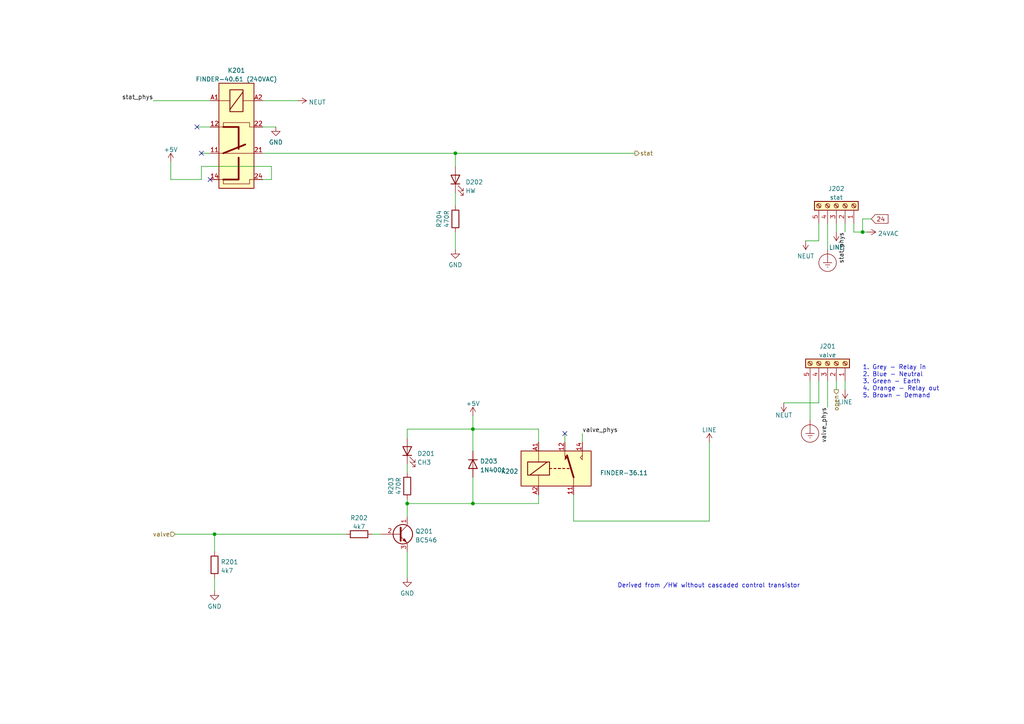
<source format=kicad_sch>
(kicad_sch (version 20211123) (generator eeschema)
  (paper "A4")
  (lib_symbols
    (symbol "Connector:Screw_Terminal_01x05" (pin_names (offset 1.016) hide)
      (property "Reference" "J" (at 0 7.62 0))
      (property "Value" "Screw_Terminal_01x05" (at 0 -7.62 0))
      (symbol "Screw_Terminal_01x05_1_1"
        (rectangle (start -1.27 6.35) (end 1.27 -6.35) (stroke (width 0.254)) (fill (type background)))
        (circle (center 0 -5.08) (radius 0.635) (stroke (width 0.1524)))
        (circle (center 0 -2.54) (radius 0.635) (stroke (width 0.1524)))
        (polyline (pts (xy -0.5334 -4.7498) (xy 0.3302 -5.588)) (stroke (width 0.1524)))
        (polyline (pts (xy -0.5334 -2.2098) (xy 0.3302 -3.048)) (stroke (width 0.1524)))
        (polyline (pts (xy -0.5334 0.3302) (xy 0.3302 -0.508)) (stroke (width 0.1524)))
        (polyline (pts (xy -0.5334 2.8702) (xy 0.3302 2.032)) (stroke (width 0.1524)))
        (polyline (pts (xy -0.5334 5.4102) (xy 0.3302 4.572)) (stroke (width 0.1524)))
        (polyline (pts (xy -0.3556 -4.572) (xy 0.508 -5.4102)) (stroke (width 0.1524)))
        (polyline (pts (xy -0.3556 -2.032) (xy 0.508 -2.8702)) (stroke (width 0.1524)))
        (polyline (pts (xy -0.3556 0.508) (xy 0.508 -0.3302)) (stroke (width 0.1524)))
        (polyline (pts (xy -0.3556 3.048) (xy 0.508 2.2098)) (stroke (width 0.1524)))
        (polyline (pts (xy -0.3556 5.588) (xy 0.508 4.7498)) (stroke (width 0.1524)))
        (circle (center 0 0) (radius 0.635) (stroke (width 0.1524)))
        (circle (center 0 2.54) (radius 0.635) (stroke (width 0.1524)))
        (circle (center 0 5.08) (radius 0.635) (stroke (width 0.1524)))
        (pin passive line (at -5.08 5.08 0) (length 3.81) (name "Pin_1") (number "1"))
        (pin passive line (at -5.08 2.54 0) (length 3.81) (name "Pin_2") (number "2"))
        (pin passive line (at -5.08 0 0) (length 3.81) (name "Pin_3") (number "3"))
        (pin passive line (at -5.08 -2.54 0) (length 3.81) (name "Pin_4") (number "4"))
        (pin passive line (at -5.08 -5.08 0) (length 3.81) (name "Pin_5") (number "5"))
      )
    )
    (symbol "Device:LED" (pin_numbers hide) (pin_names (offset 1.016) hide)
      (property "Reference" "D" (at 0 2.54 0))
      (property "Value" "LED" (at 0 -2.54 0))
      (symbol "LED_0_1"
        (polyline (pts (xy -1.27 -1.27) (xy -1.27 1.27)) (stroke (width 0.254)))
        (polyline (pts (xy -1.27 0) (xy 1.27 0)))
        (polyline (pts (xy 1.27 -1.27) (xy 1.27 1.27) (xy -1.27 0) (xy 1.27 -1.27)) (stroke (width 0.254)))
        (polyline (pts (xy -3.048 -0.762) (xy -4.572 -2.286) (xy -3.81 -2.286) (xy -4.572 -2.286) (xy -4.572 -1.524)))
        (polyline (pts (xy -1.778 -0.762) (xy -3.302 -2.286) (xy -2.54 -2.286) (xy -3.302 -2.286) (xy -3.302 -1.524)))
      )
      (symbol "LED_1_1"
        (pin passive line (at -3.81 0 0) (length 2.54) (name "K") (number "1"))
        (pin passive line (at 3.81 0 180) (length 2.54) (name "A") (number "2"))
      )
    )
    (symbol "Device:R" (pin_numbers hide) (pin_names (offset 0))
      (property "Reference" "R" (at 2.032 0 90))
      (property "Value" "R" (at 0 0 90))
      (symbol "R_0_1"
        (rectangle (start -1.016 -2.54) (end 1.016 2.54) (stroke (width 0.254)))
      )
      (symbol "R_1_1"
        (pin passive line (at 0 3.81 270) (length 1.27) (name "~") (number "1"))
        (pin passive line (at 0 -3.81 90) (length 1.27) (name "~") (number "2"))
      )
    )
    (symbol "Diode:1N4001" (pin_numbers hide) (pin_names (offset 1.016) hide)
      (property "Reference" "D" (at 0 2.54 0))
      (property "Value" "1N4001" (at 0 -2.54 0))
      (symbol "1N4001_0_1"
        (polyline (pts (xy -1.27 1.27) (xy -1.27 -1.27)) (stroke (width 0.254)))
        (polyline (pts (xy 1.27 0) (xy -1.27 0)))
        (polyline (pts (xy 1.27 1.27) (xy 1.27 -1.27) (xy -1.27 0) (xy 1.27 1.27)) (stroke (width 0.254)))
      )
      (symbol "1N4001_1_1"
        (pin passive line (at -3.81 0 0) (length 2.54) (name "K") (number "1"))
        (pin passive line (at 3.81 0 180) (length 2.54) (name "A") (number "2"))
      )
    )
    (symbol "Transistor_BJT:BC546" (pin_names (offset 0) hide)
      (property "Reference" "Q" (at 5.08 1.905 0))
      (property "Value" "BC546" (at 5.08 0 0))
      (symbol "BC546_0_1"
        (polyline (pts (xy 0 0) (xy 0.635 0)))
        (polyline (pts (xy 0.635 0.635) (xy 2.54 2.54)))
        (polyline (pts (xy 0.635 -0.635) (xy 2.54 -2.54) (xy 2.54 -2.54)))
        (polyline (pts (xy 0.635 1.905) (xy 0.635 -1.905) (xy 0.635 -1.905)) (stroke (width 0.508)))
        (polyline (pts (xy 1.27 -1.778) (xy 1.778 -1.27) (xy 2.286 -2.286) (xy 1.27 -1.778) (xy 1.27 -1.778)) (fill (type outline)))
        (circle (center 1.27 0) (radius 2.8194) (stroke (width 0.254)))
      )
      (symbol "BC546_1_1"
        (pin passive line (at 2.54 5.08 270) (length 2.54) (name "C") (number "1"))
        (pin input line (at -5.08 0 0) (length 5.08) (name "B") (number "2"))
        (pin passive line (at 2.54 -5.08 90) (length 2.54) (name "E") (number "3"))
      )
    )
    (symbol "boiler_ctrl_v2:24VAC" (power) (pin_names (offset 0))
      (property "Value" "24VAC" (at 0 3.81 0))
      (symbol "24VAC_0_1"
        (polyline (pts (xy -0.762 1.27) (xy 0 2.54)))
        (polyline (pts (xy 0 0) (xy 0 2.54)))
        (polyline (pts (xy 0 2.54) (xy 0.762 1.27)))
      )
      (symbol "24VAC_1_1"
        (pin power_out line (at 0 0 90) (length 0) hide (name "24VAC") (number "1"))
      )
    )
    (symbol "edd:FINDER-36.11"
      (property "Reference" "K" (at 11.43 3.81 0))
      (property "Value" "FINDER-36.11" (at 11.43 1.27 0))
      (symbol "FINDER-36.11_0_0"
        (polyline (pts (xy 2.54 3.81) (xy 2.54 5.08)))
        (polyline (pts (xy 7.62 3.81) (xy 7.62 5.08)))
        (polyline (pts (xy 7.62 3.81) (xy 7.62 2.54) (xy 6.985 3.175) (xy 7.62 3.81)))
      )
      (symbol "FINDER-36.11_0_1"
        (rectangle (start -10.16 5.08) (end 10.16 -5.08) (stroke (width 0.254)) (fill (type background)))
        (rectangle (start -8.255 1.905) (end -1.905 -1.905) (stroke (width 0.254)))
        (polyline (pts (xy -7.62 -1.905) (xy -2.54 1.905)) (stroke (width 0.254)))
        (polyline (pts (xy -5.08 -5.08) (xy -5.08 -1.905)))
        (polyline (pts (xy -5.08 5.08) (xy -5.08 1.905)))
        (polyline (pts (xy -1.905 0) (xy -1.27 0)) (stroke (width 0.254)))
        (polyline (pts (xy -0.635 0) (xy 0 0)) (stroke (width 0.254)))
        (polyline (pts (xy 0.635 0) (xy 1.27 0)) (stroke (width 0.254)))
        (polyline (pts (xy 0.635 0) (xy 1.27 0)) (stroke (width 0.254)))
        (polyline (pts (xy 1.905 0) (xy 2.54 0)) (stroke (width 0.254)))
        (polyline (pts (xy 3.175 0) (xy 3.81 0)) (stroke (width 0.254)))
        (polyline (pts (xy 5.08 -2.54) (xy 3.175 3.81)) (stroke (width 0.508)))
        (polyline (pts (xy 5.08 -2.54) (xy 5.08 -5.08)))
        (polyline (pts (xy 2.54 2.54) (xy 3.175 3.175) (xy 2.54 3.81)) (fill (type outline)))
      )
      (symbol "FINDER-36.11_1_1"
        (pin passive line (at 5.08 -7.62 90) (length 2.54) (name "~") (number "11"))
        (pin passive line (at 2.54 7.62 270) (length 2.54) (name "~") (number "12"))
        (pin passive line (at 7.62 7.62 270) (length 2.54) (name "~") (number "14"))
        (pin passive line (at -5.08 7.62 270) (length 2.54) (name "~") (number "A1"))
        (pin passive line (at -5.08 -7.62 90) (length 2.54) (name "~") (number "A2"))
      )
    )
    (symbol "edd:FINDER-40.61"
      (property "Reference" "K2" (at 3.175 19.5748 0))
      (property "Value" "FINDER-40.61" (at 3.175 17.0379 0))
      (symbol "FINDER-40.61_0_0"
        (polyline (pts (xy 2.54 -3.81) (xy 2.54 -5.08)))
        (polyline (pts (xy 2.54 3.81) (xy 2.54 5.08)))
        (polyline (pts (xy 17.78 -3.81) (xy 17.78 -5.08)))
        (polyline (pts (xy 17.78 3.81) (xy 17.78 5.08)))
      )
      (symbol "FINDER-40.61_0_1"
        (rectangle (start -10.16 5.08) (end 20.32 -5.08) (stroke (width 0.254)) (fill (type background)))
        (rectangle (start -8.255 1.905) (end -1.905 -1.905) (stroke (width 0.254)))
        (polyline (pts (xy -7.62 -1.905) (xy -2.54 1.905)) (stroke (width 0.254)))
        (polyline (pts (xy -5.08 -5.08) (xy -5.08 -1.905)))
        (polyline (pts (xy -5.08 5.08) (xy -5.08 1.905)))
        (polyline (pts (xy 10.16 -3.81) (xy 10.16 -5.08)))
        (polyline (pts (xy 10.16 3.81) (xy 7.62 -2.54)) (stroke (width 0.5)))
        (polyline (pts (xy 10.16 3.81) (xy 10.16 -3.81)))
        (polyline (pts (xy 10.16 3.81) (xy 10.16 5.08)))
        (polyline (pts (xy 2.54 3.81) (xy 2.54 -0.635) (xy 8.89 -0.635)) (stroke (width 0.5)))
        (polyline (pts (xy 11.43 -0.635) (xy 17.78 -0.635) (xy 17.78 3.81)) (stroke (width 0.5)))
        (polyline (pts (xy 2.54 3.81) (xy 1.27 3.81) (xy 1.27 -3.81) (xy 2.54 -3.81)))
        (polyline (pts (xy 17.78 3.81) (xy 19.05 3.81) (xy 19.05 -3.81) (xy 17.78 -3.81)))
      )
      (symbol "FINDER-40.61_1_1"
        (pin passive line (at 10.16 7.62 270) (length 2.54) (name "") (number "11"))
        (pin passive line (at 2.54 7.62 270) (length 2.54) (name "~") (number "12"))
        (pin passive line (at 17.78 7.62 270) (length 2.54) (name "~") (number "14"))
        (pin passive line (at 10.16 -7.62 90) (length 2.54) (name "~") (number "21"))
        (pin passive line (at 2.54 -7.62 90) (length 2.54) (name "~") (number "22"))
        (pin passive line (at 17.78 -7.62 90) (length 2.54) (name "~") (number "24"))
        (pin passive line (at -5.08 7.62 270) (length 2.54) (name "~") (number "A1"))
        (pin passive line (at -5.08 -7.62 90) (length 2.54) (name "~") (number "A2"))
      )
    )
    (symbol "edd:L" (power) (pin_names (offset 0))
      (property "Value" "L" (at 0 3.81 0))
      (symbol "L_0_1"
        (polyline (pts (xy -0.762 1.27) (xy 0 2.54)))
        (polyline (pts (xy 0 0) (xy 0 2.54)))
        (polyline (pts (xy 0 2.54) (xy 0.762 1.27)))
      )
      (symbol "L_1_1"
        (pin power_in line (at 0 0 90) (length 0) hide (name "LINE") (number "1"))
      )
    )
    (symbol "edd:N" (power) (pin_names (offset 0))
      (property "Value" "N" (at 0 3.5758 0))
      (symbol "N_0_1"
        (polyline (pts (xy -0.762 1.27) (xy 0 2.54)))
        (polyline (pts (xy 0 0) (xy 0 2.54)))
        (polyline (pts (xy 0 2.54) (xy 0.762 1.27)))
      )
      (symbol "N_1_1"
        (pin power_in line (at 0 0 90) (length 0) hide (name "NEUT") (number "1"))
      )
    )
    (symbol "power:+5V" (power) (pin_names (offset 0))
      (property "Value" "+5V" (at 0 3.556 0))
      (symbol "+5V_0_1"
        (polyline (pts (xy -0.762 1.27) (xy 0 2.54)))
        (polyline (pts (xy 0 0) (xy 0 2.54)))
        (polyline (pts (xy 0 2.54) (xy 0.762 1.27)))
      )
      (symbol "+5V_1_1"
        (pin power_in line (at 0 0 90) (length 0) hide (name "+5V") (number "1"))
      )
    )
    (symbol "power:Earth_Protective" (power) (pin_names (offset 0))
      (symbol "Earth_Protective_0_1"
        (circle (center 0 -3.81) (radius 2.54))
        (polyline (pts (xy -0.635 -4.445) (xy 0.635 -4.445)))
        (polyline (pts (xy -0.127 -5.08) (xy 0.127 -5.08)))
        (polyline (pts (xy 0 -3.81) (xy 0 0)))
        (polyline (pts (xy 1.27 -3.81) (xy -1.27 -3.81)))
      )
      (symbol "Earth_Protective_1_1"
        (pin power_in line (at 0 0 270) (length 0) hide (name "Earth_Protective") (number "1"))
      )
    )
    (symbol "power:GND" (power) (pin_names (offset 0))
      (property "Value" "GND" (at 0 -3.81 0))
      (symbol "GND_0_1"
        (polyline (pts (xy 0 0) (xy 0 -1.27) (xy 1.27 -1.27) (xy 0 -2.54) (xy -1.27 -1.27) (xy 0 -1.27)))
      )
      (symbol "GND_1_1"
        (pin power_in line (at 0 0 270) (length 0) hide (name "GND") (number "1"))
      )
    )
  )
  (junction (at 118.11 146.05))
  (junction (at 250.19 67.31))
  (junction (at 62.23 154.94))
  (junction (at 137.16 124.46))
  (junction (at 137.16 146.05))
  (junction (at 132.08 44.45))
  (no_connect (at 58.42 44.45))
  (no_connect (at 57.15 36.83))
  (no_connect (at 163.83 125.73))
  (no_connect (at 60.96 52.07))
  (wire (pts (xy 118.11 144.78) (xy 118.11 146.05)))
  (wire (pts (xy 118.11 124.46) (xy 137.16 124.46)))
  (wire (pts (xy 168.91 125.73) (xy 168.91 128.27)))
  (wire (pts (xy 245.11 64.77) (xy 245.11 67.31)))
  (wire (pts (xy 137.16 138.43) (xy 137.16 146.05)))
  (wire (pts (xy 237.49 64.77) (xy 237.49 69.85)))
  (wire (pts (xy 76.2 44.45) (xy 132.08 44.45)))
  (wire (pts (xy 49.53 52.07) (xy 58.42 52.07)))
  (wire (pts (xy 245.11 110.49) (xy 245.11 113.03)))
  (wire (pts (xy 58.42 48.26) (xy 78.74 48.26)))
  (wire (pts (xy 118.11 146.05) (xy 137.16 146.05)))
  (wire (pts (xy 78.74 52.07) (xy 76.2 52.07)))
  (wire (pts (xy 118.11 146.05) (xy 118.11 149.86)))
  (wire (pts (xy 233.68 69.85) (xy 237.49 69.85)))
  (wire (pts (xy 137.16 124.46) (xy 156.21 124.46)))
  (wire (pts (xy 107.95 154.94) (xy 110.49 154.94)))
  (wire (pts (xy 76.2 29.21) (xy 86.36 29.21)))
  (wire (pts (xy 250.19 67.31) (xy 251.46 67.31)))
  (wire (pts (xy 252.73 63.5) (xy 250.19 63.5)))
  (wire (pts (xy 62.23 154.94) (xy 62.23 160.02)))
  (wire (pts (xy 118.11 160.02) (xy 118.11 167.64)))
  (wire (pts (xy 163.83 125.73) (xy 163.83 128.27)))
  (wire (pts (xy 60.96 44.45) (xy 58.42 44.45)))
  (wire (pts (xy 137.16 124.46) (xy 137.16 130.81)))
  (wire (pts (xy 242.57 64.77) (xy 242.57 67.31)))
  (wire (pts (xy 250.19 63.5) (xy 250.19 67.31)))
  (wire (pts (xy 166.37 151.13) (xy 205.74 151.13)))
  (wire (pts (xy 78.74 48.26) (xy 78.74 52.07)))
  (wire (pts (xy 156.21 146.05) (xy 156.21 143.51)))
  (wire (pts (xy 50.8 154.94) (xy 62.23 154.94)))
  (wire (pts (xy 240.03 64.77) (xy 240.03 72.39)))
  (wire (pts (xy 60.96 36.83) (xy 57.15 36.83)))
  (wire (pts (xy 118.11 124.46) (xy 118.11 127)))
  (wire (pts (xy 44.45 29.21) (xy 60.96 29.21)))
  (wire (pts (xy 132.08 48.26) (xy 132.08 44.45)))
  (wire (pts (xy 132.08 44.45) (xy 184.15 44.45)))
  (wire (pts (xy 156.21 128.27) (xy 156.21 124.46)))
  (wire (pts (xy 137.16 120.65) (xy 137.16 124.46)))
  (wire (pts (xy 234.95 110.49) (xy 234.95 121.92)))
  (wire (pts (xy 237.49 116.84) (xy 227.33 116.84)))
  (wire (pts (xy 166.37 143.51) (xy 166.37 151.13)))
  (wire (pts (xy 118.11 137.16) (xy 118.11 134.62)))
  (wire (pts (xy 58.42 52.07) (xy 58.42 48.26)))
  (wire (pts (xy 240.03 110.49) (xy 240.03 118.11)))
  (wire (pts (xy 62.23 154.94) (xy 100.33 154.94)))
  (wire (pts (xy 205.74 128.27) (xy 205.74 151.13)))
  (wire (pts (xy 247.65 67.31) (xy 250.19 67.31)))
  (wire (pts (xy 49.53 46.99) (xy 49.53 52.07)))
  (wire (pts (xy 132.08 67.31) (xy 132.08 72.39)))
  (wire (pts (xy 62.23 167.64) (xy 62.23 171.45)))
  (wire (pts (xy 132.08 55.88) (xy 132.08 59.69)))
  (wire (pts (xy 242.57 110.49) (xy 242.57 113.03)))
  (wire (pts (xy 80.01 36.83) (xy 76.2 36.83)))
  (wire (pts (xy 247.65 64.77) (xy 247.65 67.31)))
  (wire (pts (xy 237.49 110.49) (xy 237.49 116.84)))
  (wire (pts (xy 137.16 146.05) (xy 156.21 146.05)))
  (text "Derived from /HW without cascaded control transistor\n " (at 179.07 172.72 0) (effects (font (size 1.27 1.27)) (justify left bottom)))
  (text "1. Grey - Relay in\n2. Blue - Neutral\n3. Green - Earth\n4. Orange - Relay out\n5. Brown - Demand\n" (at 250.19 115.57 0) (effects (font (size 1.27 1.27)) (justify left bottom)))
  (label "valve_phys" (at 240.03 118.11 270))
  (label "stat_phys" (at 44.45 29.21 180))
  (label "stat_phys" (at 245.11 67.31 270))
  (label "valve_phys" (at 168.91 125.73 0))
  (global_label "24" (shape input) (at 252.73 63.5 0) (property "Intersheet References" "${INTERSHEET_REFS}" (effects hide)))
  (hierarchical_label "open" (shape output) (at 242.57 113.03 270))
  (hierarchical_label "stat" (shape output) (at 184.15 44.45 0))
  (hierarchical_label "valve" (shape input) (at 50.8 154.94 180))
  (symbol (lib_id "edd:L") (at 205.74 128.27 0) (unit 1)
    (property "Reference" "#PWR0207" (effects hide))
    (property "Value" "L" (at 205.74 124.6942 0))
  )
  (symbol (lib_id "power:+5V") (at 49.53 46.99 0) (unit 1)
    (property "Reference" "#PWR0201" (effects hide))
    (property "Value" "+5V" (at 49.53 43.4142 0))
  )
  (symbol (lib_id "edd:FINDER-40.61") (at 68.58 34.29 90) (mirror x) (unit 1)
    (property "Reference" "K201" (at 68.58 20.4302 90))
    (property "Value" "FINDER-40.61 (240VAC)" (at 68.58 22.9671 90))
    (property "Footprint" "edd:FINDER 40.61" (effects hide))
  )
  (symbol (lib_id "Device:LED") (at 132.08 52.07 90) (unit 1)
    (property "Reference" "D202" (at 135.001 52.8228 90) (effects (justify right)))
    (property "Value" "HW" (at 135.001 55.3597 90) (effects (justify right)))
    (property "Footprint" "LED_SMD:LED_1206_3216Metric_Pad1.42x1.75mm_HandSolder" (effects hide))
  )
  (symbol (lib_id "edd:L") (at 242.57 67.31 180) (unit 1)
    (property "Reference" "#PWR0212" (effects hide))
    (property "Value" "L" (at 242.57 71.7534 0))
  )
  (symbol (lib_id "power:GND") (at 80.01 36.83 0) (unit 1)
    (property "Reference" "#PWR0117" (effects hide))
    (property "Value" "GND" (at 80.01 41.2734 0))
  )
  (symbol (lib_id "edd:N") (at 233.68 69.85 180) (unit 1)
    (property "Reference" "#PWR0209" (effects hide))
    (property "Value" "N" (at 233.68 74.2934 0))
  )
  (symbol (lib_id "Device:R") (at 62.23 163.83 0) (unit 1)
    (property "Reference" "R201" (at 64.008 162.9953 0) (effects (justify left)))
    (property "Value" "4k7" (at 64.008 165.5322 0) (effects (justify left)))
    (property "Footprint" "Resistor_SMD:R_0805_2012Metric_Pad1.20x1.40mm_HandSolder" (effects hide))
  )
  (symbol (lib_id "Device:R") (at 104.14 154.94 90) (unit 1)
    (property "Reference" "R202" (at 104.14 150.2242 90))
    (property "Value" "4k7" (at 104.14 152.7611 90))
    (property "Footprint" "Resistor_SMD:R_0805_2012Metric_Pad1.20x1.40mm_HandSolder" (effects hide))
  )
  (symbol (lib_id "power:GND") (at 62.23 171.45 0) (unit 1)
    (property "Reference" "#PWR0202" (effects hide))
    (property "Value" "GND" (at 62.23 175.8934 0))
  )
  (symbol (lib_id "Diode:1N4001") (at 137.16 134.62 270) (unit 1)
    (property "Reference" "D203" (at 139.192 133.7853 90) (effects (justify left)))
    (property "Value" "1N4001" (at 139.192 136.3222 90) (effects (justify left)))
    (property "Footprint" "edd:D_DO-41_SOD81_P12mm_Horizontal" (effects hide))
    (property "Datasheet" "http://www.vishay.com/docs/88503/1n4001.pdf" (effects hide))
  )
  (symbol (lib_id "edd:N") (at 227.33 116.84 180) (unit 1)
    (property "Reference" "#PWR0208" (effects hide))
    (property "Value" "N" (at 227.33 120.4158 0))
  )
  (symbol (lib_id "power:Earth_Protective") (at 234.95 121.92 0) (unit 1)
    (property "Reference" "#PWR0210" (effects hide))
    (property "Value" "Earth_Protective" (effects hide))
  )
  (symbol (lib_id "edd:L") (at 245.11 113.03 180) (unit 1)
    (property "Reference" "#PWR0213" (effects hide))
    (property "Value" "L" (at 245.11 116.6058 0))
  )
  (symbol (lib_id "Device:R") (at 118.11 140.97 180) (unit 1)
    (property "Reference" "R203" (at 113.3942 140.97 90))
    (property "Value" "470R" (at 115.57 140.97 90))
    (property "Footprint" "Resistor_SMD:R_0805_2012Metric_Pad1.20x1.40mm_HandSolder" (effects hide))
  )
  (symbol (lib_id "edd:FINDER-36.11") (at 161.29 135.89 0) (unit 1)
    (property "Reference" "K202" (at 150.3681 136.7247 0) (effects (justify right)))
    (property "Value" "FINDER-36.11" (at 187.96 137.16 0) (effects (justify right)))
    (property "Footprint" "Relay_THT:Relay_SPDT_Finder_36.11" (effects hide))
  )
  (symbol (lib_id "Device:R") (at 132.08 63.5 180) (unit 1)
    (property "Reference" "R204" (at 127.3642 63.5 90))
    (property "Value" "470R" (at 129.54 63.5 90))
    (property "Footprint" "Resistor_SMD:R_0805_2012Metric_Pad1.20x1.40mm_HandSolder" (effects hide))
  )
  (symbol (lib_id "power:GND") (at 132.08 72.39 0) (unit 1)
    (property "Reference" "#PWR0205" (effects hide))
    (property "Value" "GND" (at 132.08 76.8334 0))
  )
  (symbol (lib_id "Connector:Screw_Terminal_01x05") (at 240.03 105.41 270) (mirror x) (unit 1)
    (property "Reference" "J201" (at 240.03 100.4402 90))
    (property "Value" "valve" (at 240.03 102.9771 90))
    (property "Footprint" "edd:CAMDENBOSS CTB0700_5" (effects hide))
  )
  (symbol (lib_id "Connector:Screw_Terminal_01x05") (at 242.57 59.69 270) (mirror x) (unit 1)
    (property "Reference" "J202" (at 242.57 54.7202 90))
    (property "Value" "stat" (at 242.57 57.2571 90))
    (property "Footprint" "edd:CAMDENBOSS CTB0700_5" (effects hide))
  )
  (symbol (lib_id "boiler_ctrl_v2:24VAC") (at 251.46 67.31 270) (unit 1)
    (property "Reference" "#PWR0214" (effects hide))
    (property "Value" "24VAC" (at 254.635 67.7438 90) (effects (justify left)))
  )
  (symbol (lib_id "Transistor_BJT:BC546") (at 115.57 154.94 0) (unit 1)
    (property "Reference" "Q201" (at 120.4214 154.1053 0) (effects (justify left)))
    (property "Value" "BC546" (at 120.4214 156.6422 0) (effects (justify left)))
    (property "Footprint" "edd:TO-92_Inline" (effects hide))
    (property "Datasheet" "https://www.onsemi.com/pub/Collateral/BC550-D.pdf" (effects hide))
  )
  (symbol (lib_id "Device:LED") (at 118.11 130.81 90) (unit 1)
    (property "Reference" "D201" (at 121.031 131.5628 90) (effects (justify right)))
    (property "Value" "CH3" (at 121.031 134.0997 90) (effects (justify right)))
    (property "Footprint" "LED_SMD:LED_1206_3216Metric_Pad1.42x1.75mm_HandSolder" (effects hide))
  )
  (symbol (lib_id "edd:N") (at 86.36 29.21 270) (unit 1)
    (property "Reference" "#PWR0203" (effects hide))
    (property "Value" "N" (at 89.535 29.6438 90) (effects (justify left)))
  )
  (symbol (lib_id "power:GND") (at 118.11 167.64 0) (unit 1)
    (property "Reference" "#PWR0204" (effects hide))
    (property "Value" "GND" (at 118.11 172.0834 0))
  )
  (symbol (lib_id "power:+5V") (at 137.16 120.65 0) (unit 1)
    (property "Reference" "#PWR0206" (effects hide))
    (property "Value" "+5V" (at 137.16 117.0742 0))
  )
  (symbol (lib_id "power:Earth_Protective") (at 240.03 72.39 0) (unit 1)
    (property "Reference" "#PWR0211" (effects hide))
    (property "Value" "Earth_Protective" (effects hide))
  )
)
</source>
